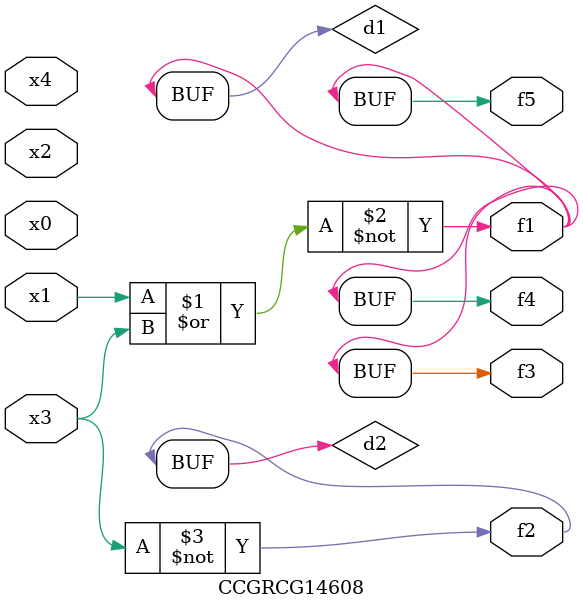
<source format=v>
module CCGRCG14608(
	input x0, x1, x2, x3, x4,
	output f1, f2, f3, f4, f5
);

	wire d1, d2;

	nor (d1, x1, x3);
	not (d2, x3);
	assign f1 = d1;
	assign f2 = d2;
	assign f3 = d1;
	assign f4 = d1;
	assign f5 = d1;
endmodule

</source>
